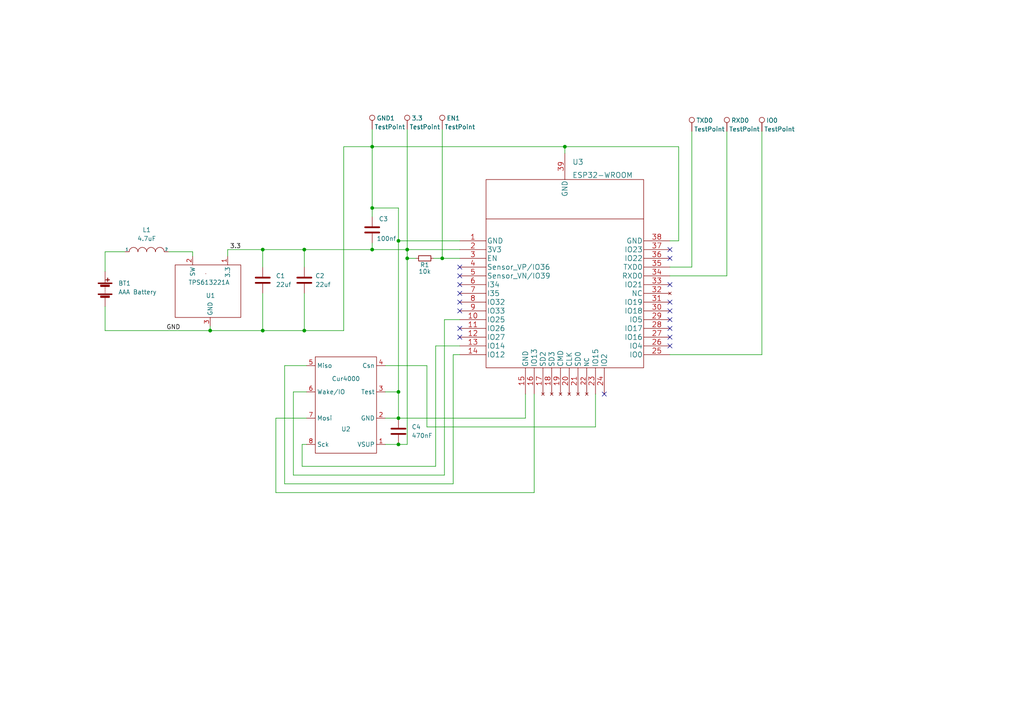
<source format=kicad_sch>
(kicad_sch (version 20211123) (generator eeschema)
  (paper "A4")
  (lib_symbols
    (symbol "BillGrayGlobal:C" (pin_numbers hide) (pin_names (offset 0.254))
      (property "Reference" "C2" (at 1.27 2.54 0))
      (property "Value" "C" (at 1.27 -2.54 0))
      (symbol "C_0_1"
        (polyline (pts (xy -2.032 -0.762) (xy 2.032 -0.762)) (stroke (width 0.508)))
        (polyline (pts (xy -2.032 0.762) (xy 2.032 0.762)) (stroke (width 0.508)))
      )
      (symbol "C_1_1"
        (pin passive line (at 0 3.81 270) (length 2.794) (name "~") (number "1"))
        (pin passive line (at 0 -3.81 90) (length 2.794) (name "~") (number "2"))
      )
    )
    (symbol "BillGrayGlobal:Cur4000"
      (property "Reference" "U" (at 0 -7.62 0))
      (property "Value" "Cur4000" (at 0 7.62 0))
      (symbol "Cur4000_0_1"
        (rectangle (start -8.89 13.97) (end 8.89 -13.97))
      )
      (symbol "Cur4000_1_1"
        (pin power_in line (at 11.43 -11.43 180) (length 2.54) (name "VSUP") (number "1"))
        (pin power_in line (at 11.43 -3.81 180) (length 2.54) (name "GND") (number "2"))
        (pin input line (at 11.43 3.81 180) (length 2.54) (name "Test") (number "3"))
        (pin input line (at 11.43 11.43 180) (length 2.54) (name "Csn") (number "4"))
        (pin output line (at -11.43 11.43 0) (length 2.54) (name "Miso") (number "5"))
        (pin bidirectional line (at -11.43 3.81 0) (length 2.54) (name "Wake/IO") (number "6"))
        (pin input line (at -11.43 -3.81 0) (length 2.54) (name "Mosi") (number "7"))
        (pin input line (at -11.43 -11.43 0) (length 2.54) (name "Sck") (number "8"))
      )
    )
    (symbol "BillGrayGlobal:ESP32-WROOM" (pin_names (offset 0.254))
      (property "Reference" "U2" (at -6.35 19.05 0))
      (property "Value" "ESP32-WROOM" (at 0 15.24 0))
      (symbol "ESP32-WROOM_0_1"
        (polyline (pts (xy -22.86 21.59) (xy -22.86 33.02) (xy 22.86 33.02) (xy 22.86 21.59)))
      )
      (symbol "ESP32-WROOM_1_1"
        (rectangle (start 22.86 21.59) (end -22.86 -21.59))
        (pin power_in line (at -30.48 15.24 0) (length 7.62) (name "GND") (number "1"))
        (pin bidirectional line (at -30.48 -7.62 0) (length 7.62) (name "IO25") (number "10"))
        (pin bidirectional line (at -30.48 -10.16 0) (length 7.62) (name "IO26") (number "11"))
        (pin bidirectional line (at -30.48 -12.7 0) (length 7.62) (name "IO27") (number "12"))
        (pin bidirectional line (at -30.48 -15.24 0) (length 7.62) (name "IO14") (number "13"))
        (pin bidirectional line (at -30.48 -17.78 0) (length 7.62) (name "IO12") (number "14"))
        (pin power_in line (at -11.43 -29.21 90) (length 7.62) (name "GND") (number "15"))
        (pin bidirectional line (at -8.89 -29.21 90) (length 7.62) (name "IO13") (number "16"))
        (pin no_connect line (at -6.35 -29.21 90) (length 7.62) (name "SD2") (number "17"))
        (pin no_connect line (at -3.81 -29.21 90) (length 7.62) (name "SD3") (number "18"))
        (pin no_connect line (at -1.27 -29.21 90) (length 7.62) (name "CMD") (number "19"))
        (pin power_in line (at -30.48 12.7 0) (length 7.62) (name "3V3") (number "2"))
        (pin no_connect line (at 1.27 -29.21 90) (length 7.62) (name "CLK") (number "20"))
        (pin no_connect line (at 3.81 -29.21 90) (length 7.62) (name "SD0") (number "21"))
        (pin no_connect line (at 6.35 -29.21 90) (length 7.62) (name "NC") (number "22"))
        (pin bidirectional line (at 8.89 -29.21 90) (length 7.62) (name "IO15") (number "23"))
        (pin bidirectional line (at 11.43 -29.21 90) (length 7.62) (name "IO2") (number "24"))
        (pin bidirectional line (at 30.48 -17.78 180) (length 7.62) (name "IO0") (number "25"))
        (pin bidirectional line (at 30.48 -15.24 180) (length 7.62) (name "IO4") (number "26"))
        (pin bidirectional line (at 30.48 -12.7 180) (length 7.62) (name "IO16") (number "27"))
        (pin bidirectional line (at 30.48 -10.16 180) (length 7.62) (name "IO17") (number "28"))
        (pin bidirectional line (at 30.48 -7.62 180) (length 7.62) (name "IO5") (number "29"))
        (pin input line (at -30.48 10.16 0) (length 7.62) (name "EN") (number "3"))
        (pin bidirectional line (at 30.48 -5.08 180) (length 7.62) (name "IO18") (number "30"))
        (pin bidirectional line (at 30.48 -2.54 180) (length 7.62) (name "IO19") (number "31"))
        (pin no_connect line (at 30.48 0 180) (length 7.62) (name "NC") (number "32"))
        (pin bidirectional line (at 30.48 2.54 180) (length 7.62) (name "IO21") (number "33"))
        (pin input line (at 30.48 5.08 180) (length 7.62) (name "RXD0") (number "34"))
        (pin output line (at 30.48 7.62 180) (length 7.62) (name "TXD0") (number "35"))
        (pin bidirectional line (at 30.48 10.16 180) (length 7.62) (name "IO22") (number "36"))
        (pin bidirectional line (at 30.48 12.7 180) (length 7.62) (name "IO23") (number "37"))
        (pin power_in line (at 30.48 15.24 180) (length 7.62) (name "GND") (number "38"))
        (pin power_in line (at 0 40.64 270) (length 7.62) (name "GND") (number "39"))
        (pin input line (at -30.48 7.62 0) (length 7.62) (name "Sensor_VP/IO36") (number "4"))
        (pin input line (at -30.48 5.08 0) (length 7.62) (name "Sensor_VN/IO39") (number "5"))
        (pin input line (at -30.48 2.54 0) (length 7.62) (name "I34") (number "6"))
        (pin input line (at -30.48 0 0) (length 7.62) (name "I35") (number "7"))
        (pin bidirectional line (at -30.48 -2.54 0) (length 7.62) (name "IO32") (number "8"))
        (pin bidirectional line (at -30.48 -5.08 0) (length 7.62) (name "IO33") (number "9"))
      )
    )
    (symbol "BillGrayGlobal:TPS613221A"
      (property "Reference" "U" (at 0 -3.81 0))
      (property "Value" "TPS613221A" (at 0 7.62 0))
      (symbol "TPS613221A_0_1"
        (polyline (pts (xy 5.08 1.27) (xy 5.08 1.27)))
        (polyline (pts (xy 5.08 1.27) (xy 5.08 1.27)))
        (polyline (pts (xy 5.08 1.27) (xy 5.08 1.27)))
        (polyline (pts (xy 5.08 1.27) (xy 5.08 1.27)))
        (polyline (pts (xy 7.62 10.16) (xy -7.62 10.16) (xy -7.62 -8.89) (xy 7.62 -8.89) (xy 7.62 10.16)))
        (rectangle (start 5.08 1.27) (end 5.08 1.27))
        (rectangle (start 5.08 1.27) (end 5.08 1.27))
        (rectangle (start 5.08 1.27) (end 5.08 1.27))
      )
      (symbol "TPS613221A_1_1"
        (pin power_out line (at 10.16 -5.08 180) (length 2.54) (name "3.3") (number "1"))
        (pin bidirectional line (at 10.16 5.08 180) (length 2.54) (name "SW") (number "2"))
        (pin power_in line (at -10.16 0 0) (length 2.54) (name "GND") (number "3"))
      )
    )
    (symbol "BillGrayGlobal:TestPoint" (pin_numbers hide) (pin_names (offset 0.762) hide)
      (property "Reference" "EN1" (at -0.6604 -1.4732 0))
      (property "Value" "TestPoint" (at -2.9718 -1.4732 0))
      (symbol "TestPoint_0_1"
        (circle (center 0 3.302) (radius 0.762))
      )
      (symbol "TestPoint_1_1"
        (pin passive line (at 0 0 90) (length 2.54) (name "1") (number "1"))
      )
    )
    (symbol "Device:Battery" (pin_numbers hide) (pin_names (offset 0) hide)
      (property "Reference" "BT" (at 2.54 2.54 0))
      (property "Value" "Battery" (at 2.54 0 0))
      (symbol "Battery_0_1"
        (rectangle (start -2.032 -1.397) (end 2.032 -1.651) (fill (type outline)))
        (rectangle (start -2.032 1.778) (end 2.032 1.524) (fill (type outline)))
        (rectangle (start -1.3208 -1.9812) (end 1.27 -2.4892) (fill (type outline)))
        (rectangle (start -1.3208 1.1938) (end 1.27 0.6858) (fill (type outline)))
        (polyline (pts (xy 0 -1.524) (xy 0 -1.27)))
        (polyline (pts (xy 0 -1.016) (xy 0 -0.762)))
        (polyline (pts (xy 0 -0.508) (xy 0 -0.254)))
        (polyline (pts (xy 0 0) (xy 0 0.254)))
        (polyline (pts (xy 0 0.508) (xy 0 0.762)))
        (polyline (pts (xy 0 1.778) (xy 0 2.54)))
        (polyline (pts (xy 0.254 2.667) (xy 1.27 2.667)) (stroke (width 0.254)))
        (polyline (pts (xy 0.762 3.175) (xy 0.762 2.159)) (stroke (width 0.254)))
      )
      (symbol "Battery_1_1"
        (pin passive line (at 0 5.08 270) (length 2.54) (name "+") (number "1"))
        (pin passive line (at 0 -5.08 90) (length 2.54) (name "-") (number "2"))
      )
    )
    (symbol "Device:R_Small" (pin_numbers hide) (pin_names (offset 0.254) hide)
      (property "Reference" "R" (at 0.762 0.508 0))
      (property "Value" "R_Small" (at 0.762 -1.016 0))
      (symbol "R_Small_0_1"
        (rectangle (start -0.762 1.778) (end 0.762 -1.778) (stroke (width 0.2032)))
      )
      (symbol "R_Small_1_1"
        (pin passive line (at 0 2.54 270) (length 0.762) (name "~") (number "1"))
        (pin passive line (at 0 -2.54 90) (length 0.762) (name "~") (number "2"))
      )
    )
    (symbol "pspice:INDUCTOR" (pin_numbers hide) (pin_names (offset 0))
      (property "Reference" "L" (at 0 2.54 0))
      (property "Value" "INDUCTOR" (at 0 -1.27 0))
      (symbol "INDUCTOR_0_1"
        (arc (start -2.54 0) (mid -3.81 1.27) (end -5.08 0))
        (arc (start 0 0) (mid -1.27 1.27) (end -2.54 0))
        (arc (start 2.54 0) (mid 1.27 1.27) (end 0 0))
        (arc (start 5.08 0) (mid 3.81 1.27) (end 2.54 0))
      )
      (symbol "INDUCTOR_1_1"
        (pin input line (at -6.35 0 0) (length 1.27) (name "1") (number "1"))
        (pin input line (at 6.35 0 180) (length 1.27) (name "2") (number "2"))
      )
    )
  )
  (junction (at 107.95 60.325))
  (junction (at 118.11 72.39))
  (junction (at 115.57 69.85))
  (junction (at 115.57 121.285))
  (junction (at 88.265 95.885))
  (junction (at 76.2 72.39))
  (junction (at 88.265 72.39))
  (junction (at 76.2 95.885))
  (junction (at 115.57 128.905))
  (junction (at 107.95 72.39))
  (junction (at 107.95 42.545))
  (junction (at 128.27 74.93))
  (junction (at 60.96 95.885))
  (junction (at 163.83 42.545))
  (junction (at 115.57 113.665))
  (junction (at 118.11 74.93))
  (no_connect (at 194.31 72.39))
  (no_connect (at 194.31 74.93))
  (no_connect (at 175.26 114.3))
  (no_connect (at 194.31 82.55))
  (no_connect (at 194.31 100.33))
  (no_connect (at 194.31 87.63))
  (no_connect (at 194.31 90.17))
  (no_connect (at 194.31 92.71))
  (no_connect (at 194.31 97.79))
  (no_connect (at 194.31 95.25))
  (no_connect (at 133.35 95.25))
  (no_connect (at 133.35 97.79))
  (no_connect (at 133.35 80.01))
  (no_connect (at 133.35 82.55))
  (no_connect (at 133.35 85.09))
  (no_connect (at 133.35 87.63))
  (no_connect (at 133.35 90.17))
  (no_connect (at 133.35 77.47))
  (wire (pts (xy 60.96 94.615) (xy 60.96 95.885)))
  (wire (pts (xy 82.55 106.045) (xy 88.9 106.045)))
  (wire (pts (xy 118.11 74.93) (xy 118.11 128.905)))
  (wire (pts (xy 220.98 38.1) (xy 220.98 102.87)))
  (wire (pts (xy 55.88 73.025) (xy 55.88 74.295)))
  (wire (pts (xy 115.57 69.85) (xy 133.35 69.85)))
  (wire (pts (xy 30.48 88.9) (xy 30.48 95.885)))
  (wire (pts (xy 118.11 128.905) (xy 115.57 128.905)))
  (wire (pts (xy 111.76 121.285) (xy 115.57 121.285)))
  (wire (pts (xy 128.905 92.71) (xy 133.35 92.71)))
  (wire (pts (xy 172.72 123.825) (xy 123.825 123.825)))
  (wire (pts (xy 82.55 140.335) (xy 82.55 106.045)))
  (wire (pts (xy 99.695 95.885) (xy 88.265 95.885)))
  (wire (pts (xy 88.265 72.39) (xy 107.95 72.39)))
  (wire (pts (xy 126.365 135.255) (xy 87.63 135.255)))
  (wire (pts (xy 87.63 135.255) (xy 87.63 128.905)))
  (wire (pts (xy 107.95 42.545) (xy 99.695 42.545)))
  (wire (pts (xy 111.76 113.665) (xy 115.57 113.665)))
  (wire (pts (xy 115.57 121.285) (xy 152.4 121.285)))
  (wire (pts (xy 107.95 42.545) (xy 107.95 60.325)))
  (wire (pts (xy 76.2 72.39) (xy 76.2 77.47)))
  (wire (pts (xy 85.09 113.665) (xy 88.9 113.665)))
  (wire (pts (xy 118.11 37.465) (xy 118.11 72.39)))
  (wire (pts (xy 128.27 74.93) (xy 133.35 74.93)))
  (wire (pts (xy 107.95 60.325) (xy 107.95 62.865)))
  (wire (pts (xy 30.48 73.025) (xy 36.195 73.025)))
  (wire (pts (xy 85.09 137.795) (xy 128.905 137.795)))
  (wire (pts (xy 66.04 72.39) (xy 76.2 72.39)))
  (wire (pts (xy 128.905 137.795) (xy 128.905 92.71)))
  (wire (pts (xy 99.695 42.545) (xy 99.695 95.885)))
  (wire (pts (xy 107.95 70.485) (xy 107.95 72.39)))
  (wire (pts (xy 88.265 95.885) (xy 76.2 95.885)))
  (wire (pts (xy 30.48 78.74) (xy 30.48 73.025)))
  (wire (pts (xy 107.95 72.39) (xy 118.11 72.39)))
  (wire (pts (xy 48.895 73.025) (xy 55.88 73.025)))
  (wire (pts (xy 133.35 100.33) (xy 126.365 100.33)))
  (wire (pts (xy 196.85 42.545) (xy 163.83 42.545)))
  (wire (pts (xy 194.31 80.01) (xy 210.82 80.01)))
  (wire (pts (xy 126.365 100.33) (xy 126.365 135.255)))
  (wire (pts (xy 88.265 72.39) (xy 88.265 77.47)))
  (wire (pts (xy 115.57 60.325) (xy 107.95 60.325)))
  (wire (pts (xy 80.01 142.875) (xy 80.01 121.285)))
  (wire (pts (xy 131.445 102.87) (xy 133.35 102.87)))
  (wire (pts (xy 76.2 72.39) (xy 88.265 72.39)))
  (wire (pts (xy 131.445 102.87) (xy 131.445 140.335)))
  (wire (pts (xy 118.11 72.39) (xy 133.35 72.39)))
  (wire (pts (xy 220.98 102.87) (xy 194.31 102.87)))
  (wire (pts (xy 200.66 38.1) (xy 200.66 77.47)))
  (wire (pts (xy 123.825 106.045) (xy 111.76 106.045)))
  (wire (pts (xy 154.94 114.3) (xy 154.94 142.875)))
  (wire (pts (xy 115.57 113.665) (xy 115.57 121.285)))
  (wire (pts (xy 194.31 69.85) (xy 196.85 69.85)))
  (wire (pts (xy 88.265 85.09) (xy 88.265 95.885)))
  (wire (pts (xy 66.04 74.295) (xy 66.04 72.39)))
  (wire (pts (xy 85.09 113.665) (xy 85.09 137.795)))
  (wire (pts (xy 154.94 142.875) (xy 80.01 142.875)))
  (wire (pts (xy 118.11 74.93) (xy 118.11 72.39)))
  (wire (pts (xy 87.63 128.905) (xy 88.9 128.905)))
  (wire (pts (xy 60.96 95.885) (xy 76.2 95.885)))
  (wire (pts (xy 131.445 140.335) (xy 82.55 140.335)))
  (wire (pts (xy 115.57 128.905) (xy 111.76 128.905)))
  (wire (pts (xy 30.48 95.885) (xy 60.96 95.885)))
  (wire (pts (xy 200.66 77.47) (xy 194.31 77.47)))
  (wire (pts (xy 123.825 123.825) (xy 123.825 106.045)))
  (wire (pts (xy 107.95 42.545) (xy 163.83 42.545)))
  (wire (pts (xy 196.85 69.85) (xy 196.85 42.545)))
  (wire (pts (xy 125.73 74.93) (xy 128.27 74.93)))
  (wire (pts (xy 115.57 69.85) (xy 115.57 60.325)))
  (wire (pts (xy 118.11 74.93) (xy 120.65 74.93)))
  (wire (pts (xy 80.01 121.285) (xy 88.9 121.285)))
  (wire (pts (xy 163.83 42.545) (xy 163.83 44.45)))
  (wire (pts (xy 76.2 85.09) (xy 76.2 95.885)))
  (wire (pts (xy 128.27 37.465) (xy 128.27 74.93)))
  (wire (pts (xy 107.95 37.465) (xy 107.95 42.545)))
  (wire (pts (xy 152.4 121.285) (xy 152.4 114.3)))
  (wire (pts (xy 210.82 80.01) (xy 210.82 38.1)))
  (wire (pts (xy 172.72 114.3) (xy 172.72 123.825)))
  (wire (pts (xy 115.57 113.665) (xy 115.57 69.85)))
  (label "GND" (at 48.26 95.885 0))
  (label "3.3" (at 66.675 72.39 0))
  (symbol (lib_id "BillGrayGlobal:TestPoint") (at 210.82 38.1 0) (unit 1)
    (property "Reference" "RXD0" (at 212.09 34.925 0) (effects (justify left)))
    (property "Value" "TestPoint" (at 211.455 37.465 0) (effects (justify left)))
    (property "Footprint" "TestPoint:TestPoint_Pad_D1.5mm" (effects hide))
  )
  (symbol (lib_id "BillGrayGlobal:C") (at 107.95 66.675 180) (unit 1)
    (property "Reference" "C3" (at 109.855 63.5 0) (effects (justify right)))
    (property "Value" "100nf" (at 109.22 69.215 0) (effects (justify right)))
    (property "Footprint" "Capacitor_SMD:C_0603_1608Metric" (effects hide))
  )
  (symbol (lib_id "BillGrayGlobal:C") (at 115.57 125.095 0) (unit 1)
    (property "Reference" "C4" (at 119.38 123.8249 0) (effects (justify left)))
    (property "Value" "470nF" (at 119.38 126.3649 0) (effects (justify left)))
    (property "Footprint" "Capacitor_SMD:C_0603_1608Metric" (effects hide))
  )
  (symbol (lib_id "Device:R_Small") (at 123.19 74.93 90) (unit 1)
    (property "Reference" "R1" (at 123.19 76.835 90))
    (property "Value" "10k" (at 123.19 78.74 90))
    (property "Footprint" "Resistor_SMD:R_0603_1608Metric" (effects hide))
  )
  (symbol (lib_id "Device:Battery") (at 30.48 83.82 0) (unit 1)
    (property "Reference" "BT1" (at 34.29 82.1689 0) (effects (justify left)))
    (property "Value" "AAA Battery" (at 34.29 84.7089 0) (effects (justify left)))
    (property "Footprint" "KiCadGlobal:BatteryHolder_Keystone_2466_1xAAA" (effects hide))
  )
  (symbol (lib_id "pspice:INDUCTOR") (at 42.545 73.025 0) (unit 1)
    (property "Reference" "L1" (at 42.545 66.675 0))
    (property "Value" "4.7uF" (at 42.545 69.215 0))
    (property "Footprint" "Inductor_SMD:L_Bourns-SRN4018" (effects hide))
    (property "Datasheet" "https://mm.digikey.com/Volume0/opasdata/d220001/medias/docus/6025/LSXND5050WKT4R7MMG_SS.pdf" (effects hide))
  )
  (symbol (lib_id "BillGrayGlobal:TestPoint") (at 200.66 38.1 0) (unit 1)
    (property "Reference" "TXD0" (at 201.93 34.925 0) (effects (justify left)))
    (property "Value" "TestPoint" (at 201.295 37.465 0) (effects (justify left)))
    (property "Footprint" "TestPoint:TestPoint_Pad_D1.5mm" (effects hide))
  )
  (symbol (lib_id "BillGrayGlobal:TestPoint") (at 118.11 37.465 0) (unit 1)
    (property "Reference" "3.3" (at 119.38 34.29 0) (effects (justify left)))
    (property "Value" "TestPoint" (at 118.745 36.83 0) (effects (justify left)))
    (property "Footprint" "TestPoint:TestPoint_Pad_D1.5mm" (effects hide))
  )
  (symbol (lib_id "BillGrayGlobal:C") (at 76.2 81.28 0) (unit 1)
    (property "Reference" "C1" (at 80.01 80.0099 0) (effects (justify left)))
    (property "Value" "22uf" (at 80.01 82.5499 0) (effects (justify left)))
    (property "Footprint" "Capacitor_SMD:C_0805_2012Metric" (effects hide))
  )
  (symbol (lib_id "BillGrayGlobal:TestPoint") (at 220.98 38.1 0) (unit 1)
    (property "Reference" "IO0" (at 222.25 34.925 0) (effects (justify left)))
    (property "Value" "TestPoint" (at 221.615 37.465 0) (effects (justify left)))
    (property "Footprint" "TestPoint:TestPoint_Pad_D1.5mm" (effects hide))
  )
  (symbol (lib_id "BillGrayGlobal:C") (at 88.265 81.28 0) (unit 1)
    (property "Reference" "C2" (at 91.44 80.0099 0) (effects (justify left)))
    (property "Value" "22uf" (at 91.44 82.5499 0) (effects (justify left)))
    (property "Footprint" "Capacitor_SMD:C_0805_2012Metric" (effects hide))
  )
  (symbol (lib_id "BillGrayGlobal:Cur4000") (at 100.33 117.475 0) (unit 1)
    (property "Reference" "U2" (at 100.33 124.46 0))
    (property "Value" "Cur4000" (at 100.33 109.855 0))
    (property "Footprint" "KiCadGlobal:SOIC-8-1EP_3.9x4.9mm_P1.27mm" (effects hide))
  )
  (symbol (lib_id "BillGrayGlobal:TestPoint") (at 107.95 37.465 0) (unit 1)
    (property "Reference" "GND1" (at 109.22 34.29 0) (effects (justify left)))
    (property "Value" "TestPoint" (at 108.585 36.83 0) (effects (justify left)))
    (property "Footprint" "TestPoint:TestPoint_Pad_D1.5mm" (effects hide))
  )
  (symbol (lib_id "BillGrayGlobal:ESP32-WROOM") (at 163.83 85.09 0) (unit 1)
    (property "Reference" "U3" (at 165.9751 46.99 0) (effects (font (size 1.524 1.524)) (justify left)))
    (property "Value" "ESP32-WROOM" (at 165.9751 50.8 0) (effects (font (size 1.524 1.524)) (justify left)))
    (property "Footprint" "KiCadGlobal:ESP32-WROOM-32E" (effects hide))
  )
  (symbol (lib_id "BillGrayGlobal:TPS613221A") (at 60.96 84.455 90) (unit 1)
    (property "Reference" "U1" (at 59.69 85.725 90) (effects (justify right)))
    (property "Value" "TPS613221A" (at 54.61 81.915 90) (effects (justify right)))
    (property "Footprint" "Package_TO_SOT_SMD:SOT-23" (effects hide))
  )
  (symbol (lib_id "BillGrayGlobal:TestPoint") (at 128.27 37.465 0) (unit 1)
    (property "Reference" "EN1" (at 129.54 34.29 0) (effects (justify left)))
    (property "Value" "TestPoint" (at 128.905 36.83 0) (effects (justify left)))
    (property "Footprint" "TestPoint:TestPoint_Pad_D1.5mm" (effects hide))
  )
)
</source>
